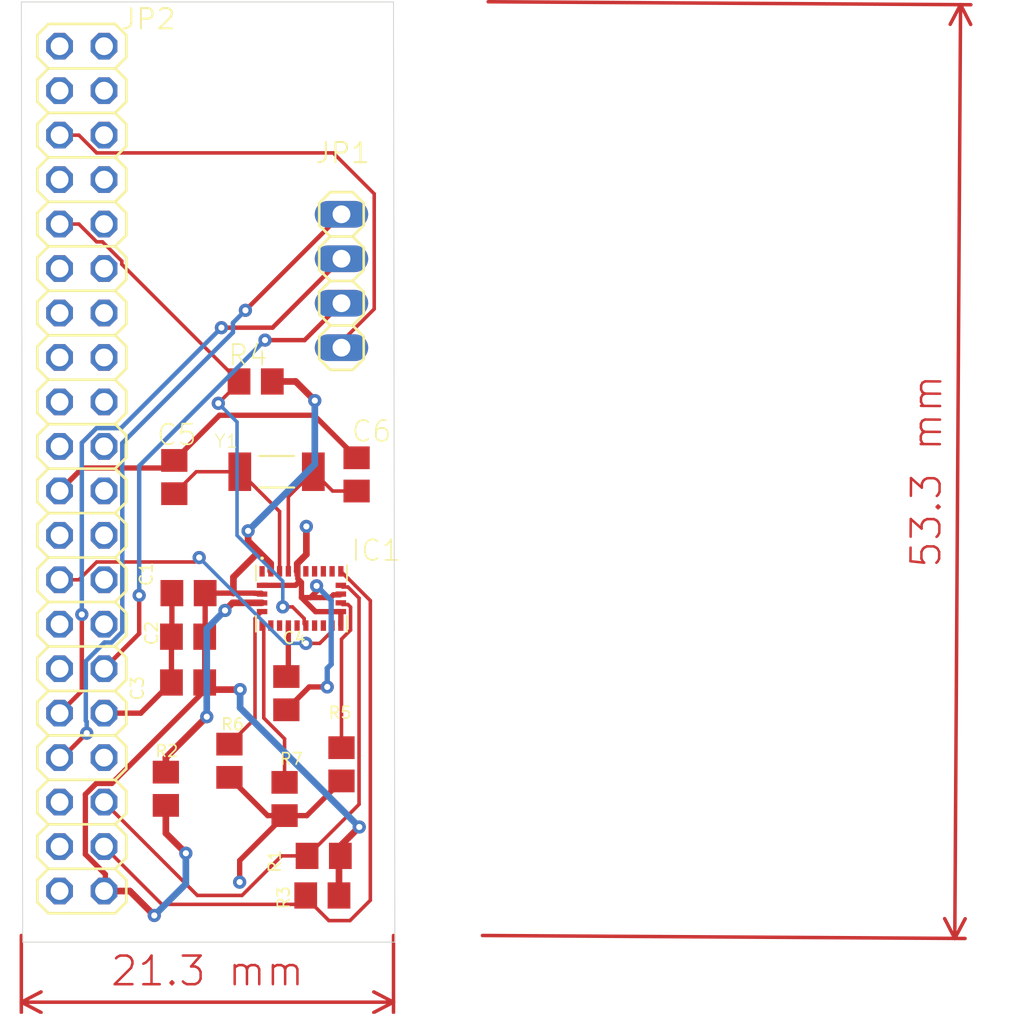
<source format=kicad_pcb>
(kicad_pcb (version 20211014) (generator pcbnew)
  (layers (0 "F.Cu" signal) (31 "B.Cu" signal) (34 "B.Paste" user) (35 "F.Paste" user) (36 "B.SilkS" user "B.Silkscreen") (37 "F.SilkS" user "F.Silkscreen") (38 "B.Mask" user) (39 "F.Mask" user) (44 "Edge.Cuts" user))
  (net 0 "")
  (net 1 "GND")
  (net 2 "SDA")
  (net 3 "+3V3")
  (net 4 "CAP")
  (net 5 "SCL")
  (net 6 "NRESET")
  (net 7 "UART_TX")
  (net 8 "UART_RX")
  (net 9 "UART_RTS")
  (net 10 "UART_CTS")
  (net 11 "XIN")
  (net 12 "XOUT")
  (net 13 "INT")
  (net 14 "ADD_SEL")
  (net 15 "PS1")
  (net 16 "PS0")
  (net 17 "NBOOT")
  (footprint "IMU:R0805" (layer "F.Cu") (at 149.7202 121.4959 -90)
    (fp_text reference "R6" (at -2.0828 0.5334) (layer "F.SilkS") (effects (font (size 0.668528 0.668528) (thickness 0.093472)) (justify left)))
    (fp_text value "10K")
    (pad "1" smd rect (at -0.95 0 270) (size 1.3 1.5) (layers "F.Cu" "F.Paste" "F.Mask") (net 15 "PS1"))
    (pad "2" smd rect (at 0.95 0 270) (size 1.3 1.5) (layers "F.Cu" "F.Paste" "F.Mask") (net 1 "GND"))
  )
  (footprint "IMU:2X20" (layer "F.Cu") (at 141.2874 104.8081 90)
    (fp_text reference "JP2" (at 25.6794 5.4356) (layer "F.SilkS") (effects (font (size 1.1557 1.1557) (thickness 0.1143)) (justify right)))
    (fp_text value "")
    (pad "1" thru_hole roundrect (at -24.13 1.27 90) (size 1.524 1.524) (drill 1.016) (layers *.Cu *.Mask) (chamfer_ratio 0.2928932188) (chamfer top_left top_right bottom_left bottom_right) (net 3 "+3V3"))
    (pad "2" thru_hole roundrect (at -24.13 -1.27 90) (size 1.524 1.524) (drill 1.016) (layers *.Cu *.Mask) (chamfer_ratio 0.2928932188) (chamfer top_left top_right bottom_left bottom_right))
    (pad "3" thru_hole roundrect (at -21.59 1.27 90) (size 1.524 1.524) (drill 1.016) (layers *.Cu *.Mask) (chamfer_ratio 0.2928932188) (chamfer top_left top_right bottom_left bottom_right) (net 2 "SDA"))
    (pad "4" thru_hole roundrect (at -21.59 -1.27 90) (size 1.524 1.524) (drill 1.016) (layers *.Cu *.Mask) (chamfer_ratio 0.2928932188) (chamfer top_left top_right bottom_left bottom_right))
    (pad "5" thru_hole roundrect (at -19.05 1.27 90) (size 1.524 1.524) (drill 1.016) (layers *.Cu *.Mask) (chamfer_ratio 0.2928932188) (chamfer top_left top_right bottom_left bottom_right) (net 5 "SCL"))
    (pad "6" thru_hole roundrect (at -19.05 -1.27 90) (size 1.524 1.524) (drill 1.016) (layers *.Cu *.Mask) (chamfer_ratio 0.2928932188) (chamfer top_left top_right bottom_left bottom_right) (net 1 "GND"))
    (pad "7" thru_hole roundrect (at -16.51 1.27 90) (size 1.524 1.524) (drill 1.016) (layers *.Cu *.Mask) (chamfer_ratio 0.2928932188) (chamfer top_left top_right bottom_left bottom_right))
    (pad "8" thru_hole roundrect (at -16.51 -1.27 90) (size 1.524 1.524) (drill 1.016) (layers *.Cu *.Mask) (chamfer_ratio 0.2928932188) (chamfer top_left top_right bottom_left bottom_right) (net 7 "UART_TX"))
    (pad "9" thru_hole roundrect (at -13.97 1.27 90) (size 1.524 1.524) (drill 1.016) (layers *.Cu *.Mask) (chamfer_ratio 0.2928932188) (chamfer top_left top_right bottom_left bottom_right) (net 1 "GND"))
    (pad "10" thru_hole roundrect (at -13.97 -1.27 90) (size 1.524 1.524) (drill 1.016) (layers *.Cu *.Mask) (chamfer_ratio 0.2928932188) (chamfer top_left top_right bottom_left bottom_right) (net 8 "UART_RX"))
    (pad "11" thru_hole roundrect (at -11.43 1.27 90) (size 1.524 1.524) (drill 1.016) (layers *.Cu *.Mask) (chamfer_ratio 0.2928932188) (chamfer top_left top_right bottom_left bottom_right) (net 9 "UART_RTS"))
    (pad "12" thru_hole roundrect (at -11.43 -1.27 90) (size 1.524 1.524) (drill 1.016) (layers *.Cu *.Mask) (chamfer_ratio 0.2928932188) (chamfer top_left top_right bottom_left bottom_right))
    (pad "13" thru_hole roundrect (at -8.89 1.27 90) (size 1.524 1.524) (drill 1.016) (layers *.Cu *.Mask) (chamfer_ratio 0.2928932188) (chamfer top_left top_right bottom_left bottom_right))
    (pad "14" thru_hole roundrect (at -8.89 -1.27 90) (size 1.524 1.524) (drill 1.016) (layers *.Cu *.Mask) (chamfer_ratio 0.2928932188) (chamfer top_left top_right bottom_left bottom_right) (net 1 "GND"))
    (pad "15" thru_hole roundrect (at -6.35 1.27 90) (size 1.524 1.524) (drill 1.016) (layers *.Cu *.Mask) (chamfer_ratio 0.2928932188) (chamfer top_left top_right bottom_left bottom_right))
    (pad "16" thru_hole roundrect (at -6.35 -1.27 90) (size 1.524 1.524) (drill 1.016) (layers *.Cu *.Mask) (chamfer_ratio 0.2928932188) (chamfer top_left top_right bottom_left bottom_right) (net 13 "INT"))
    (pad "17" thru_hole roundrect (at -3.81 1.27 90) (size 1.524 1.524) (drill 1.016) (layers *.Cu *.Mask) (chamfer_ratio 0.2928932188) (chamfer top_left top_right bottom_left bottom_right))
    (pad "18" thru_hole roundrect (at -3.81 -1.27 90) (size 1.524 1.524) (drill 1.016) (layers *.Cu *.Mask) (chamfer_ratio 0.2928932188) (chamfer top_left top_right bottom_left bottom_right))
    (pad "19" thru_hole roundrect (at -1.27 1.27 90) (size 1.524 1.524) (drill 1.016) (layers *.Cu *.Mask) (chamfer_ratio 0.2928932188) (chamfer top_left top_right bottom_left bottom_right))
    (pad "20" thru_hole roundrect (at -1.27 -1.27 90) (size 1.524 1.524) (drill 1.016) (layers *.Cu *.Mask) (chamfer_ratio 0.2928932188) (chamfer top_left top_right bottom_left bottom_right) (net 1 "GND"))
    (pad "21" thru_hole roundrect (at 1.27 1.27 90) (size 1.524 1.524) (drill 1.016) (layers *.Cu *.Mask) (chamfer_ratio 0.2928932188) (chamfer top_left top_right bottom_left bottom_right))
    (pad "22" thru_hole roundrect (at 1.27 -1.27 90) (size 1.524 1.524) (drill 1.016) (layers *.Cu *.Mask) (chamfer_ratio 0.2928932188) (chamfer top_left top_right bottom_left bottom_right))
    (pad "23" thru_hole roundrect (at 3.81 1.27 90) (size 1.524 1.524) (drill 1.016) (layers *.Cu *.Mask) (chamfer_ratio 0.2928932188) (chamfer top_left top_right bottom_left bottom_right))
    (pad "24" thru_hole roundrect (at 3.81 -1.27 90) (size 1.524 1.524) (drill 1.016) (layers *.Cu *.Mask) (chamfer_ratio 0.2928932188) (chamfer top_left top_right bottom_left bottom_right))
    (pad "25" thru_hole roundrect (at 6.35 1.27 90) (size 1.524 1.524) (drill 1.016) (layers *.Cu *.Mask) (chamfer_ratio 0.2928932188) (chamfer top_left top_right bottom_left bottom_right) (net 1 "GND"))
    (pad "26" thru_hole roundrect (at 6.35 -1.27 90) (size 1.524 1.524) (drill 1.016) (layers *.Cu *.Mask) (chamfer_ratio 0.2928932188) (chamfer top_left top_right bottom_left bottom_right))
    (pad "27" thru_hole roundrect (at 8.89 1.27 90) (size 1.524 1.524) (drill 1.016) (layers *.Cu *.Mask) (chamfer_ratio 0.2928932188) (chamfer top_left top_right bottom_left bottom_right))
    (pad "28" thru_hole roundrect (at 8.89 -1.27 90) (size 1.524 1.524) (drill 1.016) (layers *.Cu *.Mask) (chamfer_ratio 0.2928932188) (chamfer top_left top_right bottom_left bottom_right))
    (pad "29" thru_hole roundrect (at 11.43 1.27 90) (size 1.524 1.524) (drill 1.016) (layers *.Cu *.Mask) (chamfer_ratio 0.2928932188) (chamfer top_left top_right bottom_left bottom_right))
    (pad "30" thru_hole roundrect (at 11.43 -1.27 90) (size 1.524 1.524) (drill 1.016) (layers *.Cu *.Mask) (chamfer_ratio 0.2928932188) (chamfer top_left top_right bottom_left bottom_right) (net 1 "GND"))
    (pad "31" thru_hole roundrect (at 13.97 1.27 90) (size 1.524 1.524) (drill 1.016) (layers *.Cu *.Mask) (chamfer_ratio 0.2928932188) (chamfer top_left top_right bottom_left bottom_right))
    (pad "32" thru_hole roundrect (at 13.97 -1.27 90) (size 1.524 1.524) (drill 1.016) (layers *.Cu *.Mask) (chamfer_ratio 0.2928932188) (chamfer top_left top_right bottom_left bottom_right) (net 6 "NRESET"))
    (pad "33" thru_hole roundrect (at 16.51 1.27 90) (size 1.524 1.524) (drill 1.016) (layers *.Cu *.Mask) (chamfer_ratio 0.2928932188) (chamfer top_left top_right bottom_left bottom_right))
    (pad "34" thru_hole roundrect (at 16.51 -1.27 90) (size 1.524 1.524) (drill 1.016) (layers *.Cu *.Mask) (chamfer_ratio 0.2928932188) (chamfer top_left top_right bottom_left bottom_right))
    (pad "35" thru_hole roundrect (at 19.05 1.27 90) (size 1.524 1.524) (drill 1.016) (layers *.Cu *.Mask) (chamfer_ratio 0.2928932188) (chamfer top_left top_right bottom_left bottom_right))
    (pad "36" thru_hole roundrect (at 19.05 -1.27 90) (size 1.524 1.524) (drill 1.016) (layers *.Cu *.Mask) (chamfer_ratio 0.2928932188) (chamfer top_left top_right bottom_left bottom_right) (net 10 "UART_CTS"))
    (pad "37" thru_hole roundrect (at 21.59 1.27 90) (size 1.524 1.524) (drill 1.016) (layers *.Cu *.Mask) (chamfer_ratio 0.2928932188) (chamfer top_left top_right bottom_left bottom_right))
    (pad "38" thru_hole roundrect (at 21.59 -1.27 90) (size 1.524 1.524) (drill 1.016) (layers *.Cu *.Mask) (chamfer_ratio 0.2928932188) (chamfer top_left top_right bottom_left bottom_right))
    (pad "39" thru_hole roundrect (at 24.13 1.27 90) (size 1.524 1.524) (drill 1.016) (layers *.Cu *.Mask) (chamfer_ratio 0.2928932188) (chamfer top_left top_right bottom_left bottom_right) (net 1 "GND"))
    (pad "40" thru_hole roundrect (at 24.13 -1.27 90) (size 1.524 1.524) (drill 1.016) (layers *.Cu *.Mask) (chamfer_ratio 0.2928932188) (chamfer top_left top_right bottom_left bottom_right))
  )
  (footprint "IMU:BNO055" (layer "F.Cu") (at 153.835 112.2249)
    (fp_text reference "IC1" (at 2.7686 -2.7396) (layer "F.SilkS") (effects (font (size 1.176528 1.176528) (thickness 0.093472)) (justify left)))
    (fp_text value "BNO055" hide)
    (pad "1" smd rect (at -2.25 -1.55 90) (size 0.6 0.3) (layers "F.Cu" "F.Paste" "F.Mask"))
    (pad "2" smd rect (at -2.25 -0.75) (size 0.6 0.3) (layers "F.Cu" "F.Paste" "F.Mask") (net 1 "GND"))
    (pad "3" smd rect (at -2.25 -0.25) (size 0.6 0.3) (layers "F.Cu" "F.Paste" "F.Mask") (net 3 "+3V3"))
    (pad "4" smd rect (at -2.25 0.25) (size 0.6 0.3) (layers "F.Cu" "F.Paste" "F.Mask") (net 17 "NBOOT"))
    (pad "5" smd rect (at -2.25 0.75) (size 0.6 0.3) (layers "F.Cu" "F.Paste" "F.Mask") (net 15 "PS1"))
    (pad "6" smd rect (at -2.25 1.55 90) (size 0.6 0.3) (layers "F.Cu" "F.Paste" "F.Mask") (net 16 "PS0"))
    (pad "7" smd rect (at -1.75 1.55 90) (size 0.6 0.3) (layers "F.Cu" "F.Paste" "F.Mask"))
    (pad "8" smd rect (at -1.25 1.55 90) (size 0.6 0.3) (layers "F.Cu" "F.Paste" "F.Mask"))
    (pad "9" smd rect (at -0.75 1.55 90) (size 0.6 0.3) (layers "F.Cu" "F.Paste" "F.Mask") (net 4 "CAP"))
    (pad "10" smd rect (at -0.25 1.55 90) (size 0.6 0.3) (layers "F.Cu" "F.Paste" "F.Mask"))
    (pad "11" smd rect (at 0.25 1.55 90) (size 0.6 0.3) (layers "F.Cu" "F.Paste" "F.Mask") (net 6 "NRESET"))
    (pad "12" smd rect (at 0.75 1.55 90) (size 0.6 0.3) (layers "F.Cu" "F.Paste" "F.Mask"))
    (pad "13" smd rect (at 1.25 1.55 90) (size 0.6 0.3) (layers "F.Cu" "F.Paste" "F.Mask"))
    (pad "14" smd rect (at 1.75 1.55 90) (size 0.6 0.3) (layers "F.Cu" "F.Paste" "F.Mask") (net 13 "INT"))
    (pad "15" smd rect (at 2.25 1.55 90) (size 0.6 0.3) (layers "F.Cu" "F.Paste" "F.Mask") (net 1 "GND"))
    (pad "16" smd rect (at 2.25 0.75) (size 0.6 0.3) (layers "F.Cu" "F.Paste" "F.Mask") (net 1 "GND"))
    (pad "17" smd rect (at 2.25 0.25) (size 0.6 0.3) (layers "F.Cu" "F.Paste" "F.Mask") (net 14 "ADD_SEL"))
    (pad "18" smd rect (at 2.25 -0.25) (size 0.6 0.3) (layers "F.Cu" "F.Paste" "F.Mask") (net 1 "GND"))
    (pad "19" smd rect (at 2.25 -0.75) (size 0.6 0.3) (layers "F.Cu" "F.Paste" "F.Mask") (net 5 "SCL"))
    (pad "20" smd rect (at 2.25 -1.55 90) (size 0.6 0.3) (layers "F.Cu" "F.Paste" "F.Mask") (net 2 "SDA"))
    (pad "21" smd rect (at 1.75 -1.55 90) (size 0.6 0.3) (layers "F.Cu" "F.Paste" "F.Mask"))
    (pad "22" smd rect (at 1.25 -1.55 90) (size 0.6 0.3) (layers "F.Cu" "F.Paste" "F.Mask"))
    (pad "23" smd rect (at 0.75 -1.55 90) (size 0.6 0.3) (layers "F.Cu" "F.Paste" "F.Mask"))
    (pad "24" smd rect (at 0.25 -1.55 90) (size 0.6 0.3) (layers "F.Cu" "F.Paste" "F.Mask"))
    (pad "25" smd rect (at -0.25 -1.55 90) (size 0.6 0.3) (layers "F.Cu" "F.Paste" "F.Mask") (net 1 "GND"))
    (pad "26" smd rect (at -0.75 -1.55 90) (size 0.6 0.3) (layers "F.Cu" "F.Paste" "F.Mask") (net 12 "XOUT"))
    (pad "27" smd rect (at -1.25 -1.55 90) (size 0.6 0.3) (layers "F.Cu" "F.Paste" "F.Mask") (net 11 "XIN"))
    (pad "28" smd rect (at -1.75 -1.55 90) (size 0.6 0.3) (layers "F.Cu" "F.Paste" "F.Mask") (net 3 "+3V3"))
  )
  (footprint "IMU:R0805" (layer "F.Cu") (at 156.121 121.6991 90)
    (fp_text reference "R5" (at 2.9464 0.635) (layer "F.SilkS") (effects (font (size 0.668528 0.668528) (thickness 0.093472)) (justify right)))
    (fp_text value "10K")
    (pad "1" smd rect (at -0.95 0 90) (size 1.3 1.5) (layers "F.Cu" "F.Paste" "F.Mask") (net 1 "GND"))
    (pad "2" smd rect (at 0.95 0 90) (size 1.3 1.5) (layers "F.Cu" "F.Paste" "F.Mask") (net 14 "ADD_SEL"))
  )
  (footprint "IMU:C0805" (layer "F.Cu") (at 152.9714 117.6351 -90)
    (fp_text reference "C4" (at -3.1496 -1.1684) (layer "F.SilkS") (effects (font (size 0.668528 0.668528) (thickness 0.093472)) (justify right)))
    (fp_text value "100n")
    (pad "1" smd rect (at -0.95 0 270) (size 1.3 1.5) (layers "F.Cu" "F.Paste" "F.Mask") (net 4 "CAP"))
    (pad "2" smd rect (at 0.95 0 270) (size 1.3 1.5) (layers "F.Cu" "F.Paste" "F.Mask") (net 1 "GND"))
  )
  (footprint "IMU:R0805" (layer "F.Cu") (at 152.8698 123.6803 -90)
    (fp_text reference "R7" (at -2.286 0.3302) (layer "F.SilkS") (effects (font (size 0.668528 0.668528) (thickness 0.093472)) (justify left)))
    (fp_text value "10K")
    (pad "1" smd rect (at -0.95 0 270) (size 1.3 1.5) (layers "F.Cu" "F.Paste" "F.Mask") (net 16 "PS0"))
    (pad "2" smd rect (at 0.95 0 270) (size 1.3 1.5) (layers "F.Cu" "F.Paste" "F.Mask") (net 1 "GND"))
  )
  (footprint "IMU:C0805" (layer "F.Cu") (at 146.5706 105.2907 -90)
    (fp_text reference "C5" (at -2.413 1.0668) (layer "F.SilkS") (effects (font (size 1.176528 1.176528) (thickness 0.093472)) (justify left)))
    (fp_text value "22p")
    (pad "1" smd rect (at -0.95 0 270) (size 1.3 1.5) (layers "F.Cu" "F.Paste" "F.Mask") (net 1 "GND"))
    (pad "2" smd rect (at 0.95 0 270) (size 1.3 1.5) (layers "F.Cu" "F.Paste" "F.Mask") (net 11 "XIN"))
  )
  (footprint "IMU:1X04" (layer "F.Cu") (at 156.121 94.0893 -90)
    (fp_text reference "JP1" (at -7.3152 1.5748) (layer "F.SilkS") (effects (font (size 1.1557 1.1557) (thickness 0.1143)) (justify left)))
    (fp_text value "")
    (pad "1" thru_hole oval (at -3.81 0) (size 3.048 1.524) (drill 1.016) (layers *.Cu *.Mask) (net 7 "UART_TX"))
    (pad "2" thru_hole oval (at -1.27 0) (size 3.048 1.524) (drill 1.016) (layers *.Cu *.Mask) (net 8 "UART_RX"))
    (pad "3" thru_hole oval (at 1.27 0) (size 3.048 1.524) (drill 1.016) (layers *.Cu *.Mask) (net 9 "UART_RTS"))
    (pad "4" thru_hole oval (at 3.81 0) (size 3.048 1.524) (drill 1.016) (layers *.Cu *.Mask) (net 10 "UART_CTS"))
  )
  (footprint "IMU:C0805" (layer "F.Cu") (at 147.3834 111.9201 180)
    (fp_text reference "C1" (at 2.413 0.3302 90) (layer "F.SilkS") (effects (font (size 0.719328 0.719328) (thickness 0.093472)) (justify left)))
    (fp_text value "100n")
    (pad "1" smd rect (at -0.95 0 180) (size 1.3 1.5) (layers "F.Cu" "F.Paste" "F.Mask") (net 3 "+3V3"))
    (pad "2" smd rect (at 0.95 0 180) (size 1.3 1.5) (layers "F.Cu" "F.Paste" "F.Mask") (net 1 "GND"))
  )
  (footprint "IMU:ECS-.327-12.5-39-TR" (layer "F.Cu") (at 152.4126 104.9859)
    (fp_text reference "Y1" (at -3.59421 -1.74699) (layer "F.SilkS") (effects (font (size 0.753351 0.753351) (thickness 0.059852)) (justify left)))
    (fp_text value "ECS-.327-12.5-39-TR" hide)
    (pad "1" smd rect (at -2.1 0) (size 1.3 2.2) (layers "F.Cu" "F.Paste" "F.Mask") (net 11 "XIN"))
    (pad "2" smd rect (at 2.1 0) (size 1.3 2.2) (layers "F.Cu" "F.Paste" "F.Mask") (net 12 "XOUT"))
  )
  (footprint "IMU:C0805" (layer "F.Cu") (at 147.358 117.0255 180)
    (fp_text reference "C3" (at 2.8956 0.4318 90) (layer "F.SilkS") (effects (font (size 0.719328 0.719328) (thickness 0.093472)) (justify right)))
    (fp_text value "6.8n")
    (pad "1" smd rect (at -0.95 0 180) (size 1.3 1.5) (layers "F.Cu" "F.Paste" "F.Mask") (net 3 "+3V3"))
    (pad "2" smd rect (at 0.95 0 180) (size 1.3 1.5) (layers "F.Cu" "F.Paste" "F.Mask") (net 1 "GND"))
  )
  (footprint "IMU:R0805" (layer "F.Cu") (at 155.105 126.9315)
    (fp_text reference "R1" (at -2.794 -0.4064 90) (layer "F.SilkS") (effects (font (size 0.668528 0.668528) (thickness 0.093472)) (justify right)))
    (fp_text value "10K")
    (pad "1" smd rect (at -0.95 0) (size 1.3 1.5) (layers "F.Cu" "F.Paste" "F.Mask") (net 5 "SCL"))
    (pad "2" smd rect (at 0.95 0) (size 1.3 1.5) (layers "F.Cu" "F.Paste" "F.Mask") (net 3 "+3V3"))
  )
  (footprint "IMU:C0805" (layer "F.Cu") (at 156.9846 105.1383 -90)
    (fp_text reference "C6" (at -2.4638 0.3556) (layer "F.SilkS") (effects (font (size 1.176528 1.176528) (thickness 0.093472)) (justify left)))
    (fp_text value "22p")
    (pad "1" smd rect (at -0.95 0 270) (size 1.3 1.5) (layers "F.Cu" "F.Paste" "F.Mask") (net 1 "GND"))
    (pad "2" smd rect (at 0.95 0 270) (size 1.3 1.5) (layers "F.Cu" "F.Paste" "F.Mask") (net 12 "XOUT"))
  )
  (footprint "IMU:R0805" (layer "F.Cu") (at 155.0288 129.1921)
    (fp_text reference "R3" (at -2.2098 0.8382 90) (layer "F.SilkS") (effects (font (size 0.668528 0.668528) (thickness 0.093472)) (justify left)))
    (fp_text value "10K")
    (pad "1" smd rect (at -0.95 0) (size 1.3 1.5) (layers "F.Cu" "F.Paste" "F.Mask") (net 2 "SDA"))
    (pad "2" smd rect (at 0.95 0) (size 1.3 1.5) (layers "F.Cu" "F.Paste" "F.Mask") (net 3 "+3V3"))
  )
  (footprint "IMU:R0805" (layer "F.Cu") (at 151.2188 99.8297)
    (fp_text reference "R4" (at -1.651 -1.4986) (layer "F.SilkS") (effects (font (size 1.176528 1.176528) (thickness 0.093472)) (justify left)))
    (fp_text value "10K")
    (pad "1" smd rect (at -0.95 0) (size 1.3 1.5) (layers "F.Cu" "F.Paste" "F.Mask") (net 6 "NRESET"))
    (pad "2" smd rect (at 0.95 0) (size 1.3 1.5) (layers "F.Cu" "F.Paste" "F.Mask") (net 3 "+3V3"))
  )
  (footprint "IMU:C0805" (layer "F.Cu") (at 147.358 114.4093 180)
    (fp_text reference "C2" (at 2.0828 -0.5588 90) (layer "F.SilkS") (effects (font (size 0.719328 0.719328) (thickness 0.093472)) (justify left)))
    (fp_text value "120n")
    (pad "1" smd rect (at -0.95 0 180) (size 1.3 1.5) (layers "F.Cu" "F.Paste" "F.Mask") (net 3 "+3V3"))
    (pad "2" smd rect (at 0.95 0 180) (size 1.3 1.5) (layers "F.Cu" "F.Paste" "F.Mask") (net 1 "GND"))
  )
  (footprint "IMU:R0805" (layer "F.Cu") (at 146.088 123.0961 -90)
    (fp_text reference "R2" (at -2.159 0.6604) (layer "F.SilkS") (effects (font (size 0.668528 0.668528) (thickness 0.093472)) (justify left)))
    (fp_text value "10K")
    (pad "1" smd rect (at -0.95 0 270) (size 1.3 1.5) (layers "F.Cu" "F.Paste" "F.Mask") (net 17 "NBOOT"))
    (pad "2" smd rect (at 0.95 0 270) (size 1.3 1.5) (layers "F.Cu" "F.Paste" "F.Mask") (net 3 "+3V3"))
  )
  (gr_line (start 159.093 78.1481) (end 137.833 78.1481) (layer "Edge.Cuts") (width 0.05))
  (gr_line (start 137.833 78.1481) (end 137.9092 131.8591) (layer "Edge.Cuts") (width 0.05))
  (gr_line (start 159.1692 131.8591) (end 159.093 78.1481) (layer "Edge.Cuts") (width 0.05))
  (gr_line (start 137.9092 131.8591) (end 159.1692 131.8591) (layer "Edge.Cuts") (width 0.05))
  (dimension (type aligned) (layer "F.Cu") (pts (xy 137.833 131.4781) (xy 159.093 131.4781)) (height 3.81) (gr_text "21.3 mm" (at 148.463 133.5101) (layer "F.Cu") (effects (font (size 1.63576 1.63576) (thickness 0.14224)))) (format (units 2) (units_format 1) (precision 1)) (style (thickness 0.2) (arrow_length 1.27) (text_position_mode 0) (extension_height 0.58642) (extension_offset 0) keep_text_aligned))
  (dimension (type aligned) (layer "F.Cu") (pts (xy 164.503 78.1381) (xy 164.173 131.4781)) (height -26.983911) (gr_text "53.3 mm" (at 189.543429 104.964039 89.6455312) (layer "F.Cu") (effects (font (size 1.63576 1.63576) (thickness 0.14224)))) (format (units 2) (units_format 1) (precision 1)) (style (thickness 0.2) (arrow_length 1.27) (text_position_mode 0) (extension_height 0.58642) (extension_offset 0) keep_text_aligned))
  (segment (start 149.1512 101.7601) (end 146.5706 104.3407) (width 0.3048) (layer "F.Cu") (net 1))
  (segment (start 144.6554 118.7781) (end 142.5574 118.7781) (width 0.3048) (layer "F.Cu") (net 1))
  (segment (start 146.1388 104.7725) (end 141.323 104.7725) (width 0.3048) (layer "F.Cu") (net 1))
  (segment (start 146.4334 111.9201) (end 146.4334 114.3839) (width 0.3048) (layer "F.Cu") (net 1))
  (segment (start 156.085 113.7749) (end 156.085 112.9773) (width 0.3048) (layer "F.Cu") (net 1))
  (segment (start 153.748375 111.219325) (end 153.835 111.30595) (width 0.3048) (layer "F.Cu") (net 1))
  (segment (start 153.6302 111.10115) (end 153.748375 111.219325) (width 0.3048) (layer "F.Cu") (net 1))
  (segment (start 154.277 117.2795) (end 155.3082 117.2795) (width 0.3048) (layer "F.Cu") (net 1))
  (segment (start 153.585 110.6749) (end 153.6302 110.7201) (width 0.3048) (layer "F.Cu") (net 1))
  (segment (start 154.343 112.1741) (end 155.50475 112.1741) (width 0.3048) (layer "F.Cu") (net 1))
  (segment (start 152.9714 118.5851) (end 154.277 117.2795) (width 0.3048) (layer "F.Cu") (net 1))
  (segment (start 155.50475 112.1741) (end 155.65875 112.0201) (width 0.3048) (layer "F.Cu") (net 1))
  (segment (start 154.6382 112.9773) (end 153.835 112.1741) (width 0.3048) (layer "F.Cu") (net 1))
  (segment (start 155.65875 112.0201) (end 156.0398 112.0201) (width 0.3048) (layer "F.Cu") (net 1))
  (segment (start 153.5921 110.6678) (end 153.5921 110.232869) (width 0.381) (layer "F.Cu") (net 1))
  (segment (start 151.9046 124.6303) (end 149.7202 122.4459) (width 0.3048) (layer "F.Cu") (net 1))
  (segment (start 153.4928 111.4749) (end 153.748375 111.219325) (width 0.3048) (layer "F.Cu") (net 1))
  (segment (start 152.8698 124.6303) (end 150.3044 127.1957) (width 0.3048) (layer "F.Cu") (net 1))
  (segment (start 153.835 111.30595) (end 153.835 112.1741) (width 0.3048) (layer "F.Cu") (net 1))
  (segment (start 154.1398 124.6303) (end 152.8698 124.6303) (width 0.3048) (layer "F.Cu") (net 1))
  (segment (start 146.408 114.4093) (end 146.408 117.0255) (width 0.3048) (layer "F.Cu") (net 1))
  (segment (start 154.6986 111.8185) (end 154.343 112.1741) (width 0.3048) (layer "F.Cu") (net 1))
  (segment (start 153.6302 110.7201) (end 153.6302 111.10115) (width 0.3048) (layer "F.Cu") (net 1))
  (segment (start 153.585 110.6749) (end 153.5921 110.6678) (width 0.381) (layer "F.Cu") (net 1))
  (segment (start 153.835 112.1741) (end 154.343 112.1741) (width 0.3048) (layer "F.Cu") (net 1))
  (segment (start 154.5564 101.7601) (end 149.1512 101.7601) (width 0.3048) (layer "F.Cu") (net 1))
  (segment (start 156.121 122.6491) (end 154.1398 124.6303) (width 0.3048) (layer "F.Cu") (net 1))
  (segment (start 153.5921 110.232869) (end 154.1144 109.710569) (width 0.381) (layer "F.Cu") (net 1))
  (segment (start 156.085 112.9773) (end 154.6382 112.9773) (width 0.3048) (layer "F.Cu") (net 1))
  (segment (start 156.9846 104.1883) (end 154.5564 101.7601) (width 0.3048) (layer "F.Cu") (net 1))
  (segment (start 146.4334 114.3839) (end 146.408 114.4093) (width 0.3048) (layer "F.Cu") (net 1))
  (segment (start 151.585 111.4749) (end 153.4928 111.4749) (width 0.3048) (layer "F.Cu") (net 1))
  (segment (start 146.408 117.0255) (end 144.6554 118.7781) (width 0.3048) (layer "F.Cu") (net 1))
  (segment (start 146.5706 104.3407) (end 146.1388 104.7725) (width 0.3048) (layer "F.Cu") (net 1))
  (segment (start 150.3044 127.1957) (end 150.3044 128.4301) (width 0.3048) (layer "F.Cu") (net 1))
  (segment (start 154.6986 111.5055) (end 154.6986 111.8185) (width 0.3048) (layer "F.Cu") (net 1))
  (segment (start 154.1144 109.710569) (end 154.1144 108.1101) (width 0.381) (layer "F.Cu") (net 1))
  (segment (start 152.8698 124.6303) (end 151.9046 124.6303) (width 0.3048) (layer "F.Cu") (net 1))
  (segment (start 141.323 104.7725) (end 140.0174 106.0781) (width 0.3048) (layer "F.Cu") (net 1))
  (via (at 155.3082 117.2795) (size 0.7564) (drill 0.35) (layers "F.Cu" "B.Cu") (net 1))
  (via (at 154.1144 108.1101) (size 0.7564) (drill 0.35) (layers "F.Cu" "B.Cu") (net 1))
  (via (at 154.6986 111.5055) (size 0.7564) (drill 0.35) (layers "F.Cu" "B.Cu") (net 1))
  (via (at 150.3044 128.4301) (size 0.7564) (drill 0.35) (layers "F.Cu" "B.Cu") (net 1))
  (segment (start 155.534 115.987613) (end 155.534 112.3409) (width 0.3048) (layer "B.Cu") (net 1))
  (segment (start 155.534 112.3409) (end 154.6986 111.5055) (width 0.3048) (layer "B.Cu") (net 1))
  (segment (start 155.3082 117.2795) (end 155.3082 116.213413) (width 0.3048) (layer "B.Cu") (net 1))
  (segment (start 155.3082 116.213413) (end 155.534 115.987613) (width 0.3048) (layer "B.Cu") (net 1))
  (segment (start 156.607012 130.6279) (end 155.401387 130.6279) (width 0.2032) (layer "F.Cu") (net 2))
  (segment (start 156.481 111.0709) (end 156.493112 111.0709) (width 0.2032) (layer "F.Cu") (net 2))
  (segment (start 157.7692 112.346988) (end 157.7692 129.465713) (width 0.2032) (layer "F.Cu") (net 2))
  (segment (start 157.7692 129.465713) (end 156.607012 130.6279) (width 0.2032) (layer "F.Cu") (net 2))
  (segment (start 156.493112 111.0709) (end 157.7692 112.346988) (width 0.2032) (layer "F.Cu") (net 2))
  (segment (start 155.401387 130.6279) (end 154.0788 129.305313) (width 0.2032) (layer "F.Cu") (net 2))
  (segment (start 154.0788 129.1921) (end 153.5708 129.7001) (width 0.2032) (layer "F.Cu") (net 2))
  (segment (start 154.0788 129.305313) (end 154.0788 129.1921) (width 0.2032) (layer "F.Cu") (net 2))
  (segment (start 145.8594 129.7001) (end 142.5574 126.3981) (width 0.2032) (layer "F.Cu") (net 2))
  (segment (start 156.085 110.6749) (end 156.481 111.0709) (width 0.2032) (layer "F.Cu") (net 2))
  (segment (start 153.5708 129.7001) (end 145.8594 129.7001) (width 0.2032) (layer "F.Cu") (net 2))
  (segment (start 155.9788 129.1921) (end 155.9788 127.0077) (width 0.381) (layer "F.Cu") (net 3))
  (segment (start 142.115512 122.7913) (end 141.4906 123.416213) (width 0.3048) (layer "F.Cu") (net 3))
  (segment (start 142.9994 122.7913) (end 142.115512 122.7913) (width 0.3048) (layer "F.Cu") (net 3))
  (segment (start 141.4906 126.839988) (end 142.6336 127.982988) (width 0.3048) (layer "F.Cu") (net 3))
  (segment (start 149.9488 111.9201) (end 148.3334 111.9201) (width 0.3048) (layer "F.Cu") (net 3))
  (segment (start 142.5574 128.9381) (end 142.6336 128.8619) (width 0.3048) (layer "F.Cu") (net 3))
  (segment (start 148.308 117.0255) (end 148.308 117.4827) (width 0.3048) (layer "F.Cu") (net 3))
  (segment (start 151.5422 111.9321) (end 151.16115 111.9321) (width 0.3048) (layer "F.Cu") (net 3))
  (segment (start 148.3334 111.9201) (end 148.3334 114.3839) (width 0.3048) (layer "F.Cu") (net 3))
  (segment (start 151.399765 109.554735) (end 152.0779 110.232869) (width 0.381) (layer "F.Cu") (net 3))
  (segment (start 150.787 108.3641) (end 150.787 108.941969) (width 0.381) (layer "F.Cu") (net 3))
  (segment (start 152.0779 110.6678) (end 152.085 110.6749) (width 0.381) (layer "F.Cu") (net 3))
  (segment (start 144.0306 128.9381) (end 145.4276 130.3351) (width 0.381) (layer "F.Cu") (net 3))
  (segment (start 150.787 108.941969) (end 151.399765 109.554735) (width 0.381) (layer "F.Cu") (net 3))
  (segment (start 142.5574 128.9381) (end 144.0306 128.9381) (width 0.381) (layer "F.Cu") (net 3))
  (segment (start 147.231 126.7791) (end 146.088 125.6361) (width 0.381) (layer "F.Cu") (net 3))
  (segment (start 148.308 117.4827) (end 142.9994 122.7913) (width 0.3048) (layer "F.Cu") (net 3))
  (segment (start 153.5048 99.8297) (end 154.597 100.9219) (width 0.381) (layer "F.Cu") (net 3))
  (segment (start 152.1688 99.8297) (end 153.5048 99.8297) (width 0.381) (layer "F.Cu") (net 3))
  (segment (start 141.4906 123.416213) (end 141.4906 126.839988) (width 0.3048) (layer "F.Cu") (net 3))
  (segment (start 151.16115 111.9321) (end 151.14915 111.9201) (width 0.3048) (layer "F.Cu") (net 3))
  (segment (start 148.3334 114.3839) (end 148.308 114.4093) (width 0.3048) (layer "F.Cu") (net 3))
  (segment (start 151.399765 109.554735) (end 149.9488 111.0057) (width 0.381) (layer "F.Cu") (net 3))
  (segment (start 156.055 126.9315) (end 156.055 126.3625) (width 0.381) (layer "F.Cu") (net 3))
  (segment (start 149.9488 111.0057) (end 149.9488 111.9201) (width 0.381) (layer "F.Cu") (net 3))
  (segment (start 155.9788 127.0077) (end 156.055 126.9315) (width 0.381) (layer "F.Cu") (net 3))
  (segment (start 148.308 114.4093) (end 148.308 117.0255) (width 0.3048) (layer "F.Cu") (net 3))
  (segment (start 146.088 125.6361) (end 146.088 124.0461) (width 0.381) (layer "F.Cu") (net 3))
  (segment (start 150.3298 117.4319) (end 148.7144 117.4319) (width 0.381) (layer "F.Cu") (net 3))
  (segment (start 151.14915 111.9201) (end 149.9488 111.9201) (width 0.3048) (layer "F.Cu") (net 3))
  (segment (start 156.055 126.3625) (end 157.137 125.2805) (width 0.381) (layer "F.Cu") (net 3))
  (segment (start 148.5264 117.0255) (end 148.308 117.0255) (width 0.381) (layer "F.Cu") (net 3))
  (segment (start 148.7144 117.4319) (end 148.308 117.0255) (width 0.381) (layer "F.Cu") (net 3))
  (segment (start 151.585 111.9749) (end 151.5422 111.9321) (width 0.3048) (layer "F.Cu") (net 3))
  (segment (start 152.0779 110.232869) (end 152.0779 110.6678) (width 0.381) (layer "F.Cu") (net 3))
  (segment (start 142.6336 127.982988) (end 142.6336 128.8619) (width 0.3048) (layer "F.Cu") (net 3))
  (via (at 150.3298 117.4319) (size 0.7564) (drill 0.35) (layers "F.Cu" "B.Cu") (net 3))
  (via (at 147.231 126.7791) (size 0.7564) (drill 0.35) (layers "F.Cu" "B.Cu") (net 3))
  (via (at 154.597 100.9219) (size 0.7564) (drill 0.35) (layers "F.Cu" "B.Cu") (net 3))
  (via (at 150.787 108.3641) (size 0.7564) (drill 0.35) (layers "F.Cu" "B.Cu") (net 3))
  (via (at 157.137 125.2805) (size 0.7564) (drill 0.35) (layers "F.Cu" "B.Cu") (net 3))
  (via (at 145.4276 130.3351) (size 0.7564) (drill 0.35) (layers "F.Cu" "B.Cu") (net 3))
  (segment (start 154.597 100.9219) (end 154.597 104.5541) (width 0.381) (layer "B.Cu") (net 3))
  (segment (start 150.3298 118.4733) (end 150.3298 117.4319) (width 0.381) (layer "B.Cu") (net 3))
  (segment (start 157.137 125.2805) (end 150.3298 118.4733) (width 0.381) (layer "B.Cu") (net 3))
  (segment (start 147.231 128.5317) (end 147.231 126.7791) (width 0.381) (layer "B.Cu") (net 3))
  (segment (start 154.597 104.5541) (end 150.787 108.3641) (width 0.381) (layer "B.Cu") (net 3))
  (segment (start 145.4276 130.3351) (end 147.231 128.5317) (width 0.381) (layer "B.Cu") (net 3))
  (segment (start 153.085 113.7749) (end 153.085 116.5715) (width 0.3048) (layer "F.Cu") (net 4))
  (segment (start 153.085 116.5715) (end 152.9714 116.6851) (width 0.3048) (layer "F.Cu") (net 4))
  (segment (start 157.125 123.9869) (end 154.1804 126.9315) (width 0.2032) (layer "F.Cu") (net 5))
  (segment (start 156.490212 111.5709) (end 157.125 112.205688) (width 0.2032) (layer "F.Cu") (net 5))
  (segment (start 150.439268 129.1893) (end 147.8886 129.1893) (width 0.2032) (layer "F.Cu") (net 5))
  (segment (start 157.125 112.205688) (end 157.125 123.9869) (width 0.2032) (layer "F.Cu") (net 5))
  (segment (start 156.181 111.5709) (end 156.490212 111.5709) (width 0.2032) (layer "F.Cu") (net 5))
  (segment (start 154.155 126.9315) (end 152.697068 126.9315) (width 0.2032) (layer "F.Cu") (net 5))
  (segment (start 156.085 111.4749) (end 156.181 111.5709) (width 0.2032) (layer "F.Cu") (net 5))
  (segment (start 147.8886 129.1893) (end 142.5574 123.8581) (width 0.2032) (layer "F.Cu") (net 5))
  (segment (start 152.697068 126.9315) (end 150.439268 129.1893) (width 0.2032) (layer "F.Cu") (net 5))
  (segment (start 154.1804 126.9315) (end 154.155 126.9315) (width 0.2032) (layer "F.Cu") (net 5))
  (segment (start 153.326812 112.7075) (end 152.7682 112.7075) (width 0.2032) (layer "F.Cu") (net 6))
  (segment (start 143.5734 93.1343) (end 143.5734 92.957257) (width 0.2032) (layer "F.Cu") (net 6))
  (segment (start 142.136556 91.8541) (end 141.120556 90.8381) (width 0.2032) (layer "F.Cu") (net 6))
  (segment (start 150.2688 99.8297) (end 143.5734 93.1343) (width 0.2032) (layer "F.Cu") (net 6))
  (segment (start 141.120556 90.8381) (end 140.0174 90.8381) (width 0.2032) (layer "F.Cu") (net 6))
  (segment (start 149.0852 101.0771) (end 150.2688 99.8935) (width 0.2032) (layer "F.Cu") (net 6))
  (segment (start 142.470243 91.8541) (end 142.136556 91.8541) (width 0.2032) (layer "F.Cu") (net 6))
  (segment (start 153.989 113.369688) (end 153.326812 112.7075) (width 0.2032) (layer "F.Cu") (net 6))
  (segment (start 150.2688 99.8935) (end 150.2688 99.8297) (width 0.2032) (layer "F.Cu") (net 6))
  (segment (start 154.085 113.7749) (end 153.989 113.6789) (width 0.2032) (layer "F.Cu") (net 6))
  (segment (start 153.989 113.6789) (end 153.989 113.369688) (width 0.2032) (layer "F.Cu") (net 6))
  (segment (start 143.5734 92.957257) (end 142.470243 91.8541) (width 0.2032) (layer "F.Cu") (net 6))
  (via (at 149.0852 101.0771) (size 0.7564) (drill 0.35) (layers "F.Cu" "B.Cu") (net 6))
  (via (at 152.7682 112.7075) (size 0.7564) (drill 0.35) (layers "F.Cu" "B.Cu") (net 6))
  (segment (start 152.7682 112.7075) (end 152.7682 111.239369) (width 0.2032) (layer "B.Cu") (net 6))
  (segment (start 150.1548 108.625969) (end 150.1548 102.1467) (width 0.2032) (layer "B.Cu") (net 6))
  (segment (start 150.1548 102.1467) (end 149.0852 101.0771) (width 0.2032) (layer "B.Cu") (net 6))
  (segment (start 152.7682 111.239369) (end 150.1548 108.625969) (width 0.2032) (layer "B.Cu") (net 6))
  (segment (start 140.1698 121.3181) (end 140.0174 121.3181) (width 0.254) (layer "F.Cu") (net 7))
  (segment (start 141.5668 119.9211) (end 140.1698 121.3181) (width 0.254) (layer "F.Cu") (net 7))
  (segment (start 156.121 90.2793) (end 150.6346 95.7657) (width 0.254) (layer "F.Cu") (net 7))
  (via (at 141.5668 119.9211) (size 0.7564) (drill 0.35) (layers "F.Cu" "B.Cu") (net 7))
  (via (at 150.6346 95.7657) (size 0.7564) (drill 0.35) (layers "F.Cu" "B.Cu") (net 7))
  (segment (start 141.5668 119.260263) (end 141.5668 119.9211) (width 0.254) (layer "B.Cu") (net 7))
  (segment (start 143.5988 114.129463) (end 142.988762 114.7395) (width 0.254) (layer "B.Cu") (net 7))
  (segment (start 149.9206 96.4797) (end 149.9206 97.028688) (width 0.254) (layer "B.Cu") (net 7))
  (segment (start 141.516 115.806738) (end 141.516 119.209463) (width 0.254) (layer "B.Cu") (net 7))
  (segment (start 150.6346 95.7657) (end 149.9206 96.4797) (width 0.254) (layer "B.Cu") (net 7))
  (segment (start 143.5988 103.350488) (end 143.5988 114.129463) (width 0.254) (layer "B.Cu") (net 7))
  (segment (start 149.9206 97.028688) (end 143.5988 103.350488) (width 0.254) (layer "B.Cu") (net 7))
  (segment (start 141.516 119.209463) (end 141.5668 119.260263) (width 0.254) (layer "B.Cu") (net 7))
  (segment (start 142.988762 114.7395) (end 142.583237 114.7395) (width 0.254) (layer "B.Cu") (net 7))
  (segment (start 142.583237 114.7395) (end 141.516 115.806738) (width 0.254) (layer "B.Cu") (net 7))
  (segment (start 152.184 96.7563) (end 149.263 96.7563) (width 0.254) (layer "F.Cu") (net 8))
  (segment (start 156.121 92.8193) (end 152.184 96.7563) (width 0.254) (layer "F.Cu") (net 8))
  (segment (start 141.2874 113.140088) (end 141.2874 117.5081) (width 0.254) (layer "F.Cu") (net 8))
  (segment (start 141.2874 117.5081) (end 140.0174 118.7781) (width 0.254) (layer "F.Cu") (net 8))
  (via (at 149.263 96.7563) (size 0.7564) (drill 0.35) (layers "F.Cu" "B.Cu") (net 8))
  (via (at 141.2874 113.140088) (size 0.7564) (drill 0.35) (layers "F.Cu" "B.Cu") (net 8))
  (segment (start 149.263 96.7563) (end 143.5226 102.4967) (width 0.254) (layer "B.Cu") (net 8))
  (segment (start 141.2874 103.335338) (end 141.2874 113.140088) (width 0.254) (layer "B.Cu") (net 8))
  (segment (start 143.5226 102.4967) (end 142.126037 102.4967) (width 0.254) (layer "B.Cu") (net 8))
  (segment (start 142.126037 102.4967) (end 141.2874 103.335338) (width 0.254) (layer "B.Cu") (net 8))
  (segment (start 144.564 114.2315) (end 142.5574 116.2381) (width 0.254) (layer "F.Cu") (net 9))
  (segment (start 156.121 95.3593) (end 154.0128 97.4675) (width 0.254) (layer "F.Cu") (net 9))
  (segment (start 154.0128 97.4675) (end 151.7522 97.4675) (width 0.254) (layer "F.Cu") (net 9))
  (segment (start 144.564 112.0471) (end 144.564 114.2315) (width 0.254) (layer "F.Cu") (net 9))
  (via (at 151.7522 97.4675) (size 0.7564) (drill 0.35) (layers "F.Cu" "B.Cu") (net 9))
  (via (at 144.564 112.0471) (size 0.7564) (drill 0.35) (layers "F.Cu" "B.Cu") (net 9))
  (segment (start 144.564 104.6557) (end 144.564 112.0471) (width 0.254) (layer "B.Cu") (net 9))
  (segment (start 151.7522 97.4675) (end 144.564 104.6557) (width 0.254) (layer "B.Cu") (net 9))
  (segment (start 157.990953 95.688191) (end 157.990953 89.110913) (width 0.2032) (layer "F.Cu") (net 10))
  (segment (start 155.65414 86.7741) (end 142.136556 86.7741) (width 0.2032) (layer "F.Cu") (net 10))
  (segment (start 142.136556 86.7741) (end 141.120556 85.7581) (width 0.2032) (layer "F.Cu") (net 10))
  (segment (start 156.121 97.8993) (end 156.121 97.558144) (width 0.2032) (layer "F.Cu") (net 10))
  (segment (start 157.990953 89.110913) (end 155.65414 86.7741) (width 0.2032) (layer "F.Cu") (net 10))
  (segment (start 141.120556 85.7581) (end 140.0174 85.7581) (width 0.2032) (layer "F.Cu") (net 10))
  (segment (start 156.121 97.558144) (end 157.990953 95.688191) (width 0.2032) (layer "F.Cu") (net 10))
  (segment (start 152.585 110.6749) (end 152.585 107.2583) (width 0.2032) (layer "F.Cu") (net 11))
  (segment (start 147.8254 104.9859) (end 150.3126 104.9859) (width 0.2032) (layer "F.Cu") (net 11))
  (segment (start 146.5706 106.2407) (end 147.8254 104.9859) (width 0.2032) (layer "F.Cu") (net 11))
  (segment (start 152.585 107.2583) (end 150.3126 104.9859) (width 0.2032) (layer "F.Cu") (net 11))
  (segment (start 153.085 110.6749) (end 153.085 106.4135) (width 0.2032) (layer "F.Cu") (net 12))
  (segment (start 156.9846 106.0883) (end 155.615 106.0883) (width 0.2032) (layer "F.Cu") (net 12))
  (segment (start 153.085 106.4135) (end 154.5126 104.9859) (width 0.2032) (layer "F.Cu") (net 12))
  (segment (start 155.615 106.0883) (end 154.5126 104.9859) (width 0.2032) (layer "F.Cu") (net 12))
  (segment (start 140.0174 111.1581) (end 141.120556 111.1581) (width 0.2032) (layer "F.Cu") (net 13))
  (segment (start 155.489 114.180113) (end 155.489 113.8709) (width 0.2032) (layer "F.Cu") (net 13))
  (segment (start 147.739 110.1421) (end 147.993 109.8881) (width 0.2032) (layer "F.Cu") (net 13))
  (segment (start 142.136556 110.1421) (end 147.739 110.1421) (width 0.2032) (layer "F.Cu") (net 13))
  (segment (start 154.878812 114.7903) (end 155.489 114.180113) (width 0.2032) (layer "F.Cu") (net 13))
  (segment (start 154.089 114.7903) (end 154.878812 114.7903) (width 0.2032) (layer "F.Cu") (net 13))
  (segment (start 141.120556 111.1581) (end 142.136556 110.1421) (width 0.2032) (layer "F.Cu") (net 13))
  (segment (start 155.489 113.8709) (end 155.585 113.7749) (width 0.2032) (layer "F.Cu") (net 13))
  (via (at 147.993 109.8881) (size 0.7564) (drill 0.35) (layers "F.Cu" "B.Cu") (net 13))
  (via (at 154.089 114.7903) (size 0.7564) (drill 0.35) (layers "F.Cu" "B.Cu") (net 13))
  (segment (start 147.993 109.8881) (end 152.8952 114.7903) (width 0.2032) (layer "B.Cu") (net 13))
  (segment (start 152.8952 114.7903) (end 154.089 114.7903) (width 0.2032) (layer "B.Cu") (net 13))
  (segment (start 156.639 114.030113) (end 156.639 112.719688) (width 0.2032) (layer "F.Cu") (net 14))
  (segment (start 156.490212 112.5709) (end 156.181 112.5709) (width 0.2032) (layer "F.Cu") (net 14))
  (segment (start 156.639 112.719688) (end 156.490212 112.5709) (width 0.2032) (layer "F.Cu") (net 14))
  (segment (start 156.121 120.7491) (end 156.121 114.548113) (width 0.2032) (layer "F.Cu") (net 14))
  (segment (start 156.181 112.5709) (end 156.085 112.4749) (width 0.2032) (layer "F.Cu") (net 14))
  (segment (start 156.121 114.548113) (end 156.639 114.030113) (width 0.2032) (layer "F.Cu") (net 14))
  (segment (start 151.329787 113.2209) (end 151.339 113.2209) (width 0.2032) (layer "F.Cu") (net 15))
  (segment (start 151.181 119.0851) (end 151.181 113.369688) (width 0.2032) (layer "F.Cu") (net 15))
  (segment (start 149.7202 120.5459) (end 151.181 119.0851) (width 0.2032) (layer "F.Cu") (net 15))
  (segment (start 151.339 113.2209) (end 151.585 112.9749) (width 0.2032) (layer "F.Cu") (net 15))
  (segment (start 151.181 113.369688) (end 151.329787 113.2209) (width 0.2032) (layer "F.Cu") (net 15))
  (segment (start 152.8698 122.7303) (end 152.8698 120.242713) (width 0.2032) (layer "F.Cu") (net 16))
  (segment (start 152.8698 120.242713) (end 151.681 119.053913) (width 0.2032) (layer "F.Cu") (net 16))
  (segment (start 151.681 119.053913) (end 151.681 113.8709) (width 0.2032) (layer "F.Cu") (net 16))
  (segment (start 151.681 113.8709) (end 151.585 113.7749) (width 0.2032) (layer "F.Cu") (net 16))
  (segment (start 149.902 112.4749) (end 151.585 112.4749) (width 0.381) (layer "F.Cu") (net 17))
  (segment (start 146.088 122.1461) (end 146.088 121.3181) (width 0.381) (layer "F.Cu") (net 17))
  (segment (start 149.4662 112.9107) (end 149.902 112.4749) (width 0.381) (layer "F.Cu") (net 17))
  (segment (start 146.088 121.3181) (end 148.4248 118.9813) (width 0.381) (layer "F.Cu") (net 17))
  (via (at 148.4248 118.9813) (size 0.7564) (drill 0.35) (layers "F.Cu" "B.Cu") (net 17))
  (via (at 149.4662 112.9107) (size 0.7564) (drill 0.35) (layers "F.Cu" "B.Cu") (net 17))
  (segment (start 148.4248 113.9521) (end 149.4662 112.9107) (width 0.381) (layer "B.Cu") (net 17))
  (segment (start 148.4248 118.9813) (end 148.4248 113.9521) (width 0.381) (layer "B.Cu") (net 17))
)
</source>
